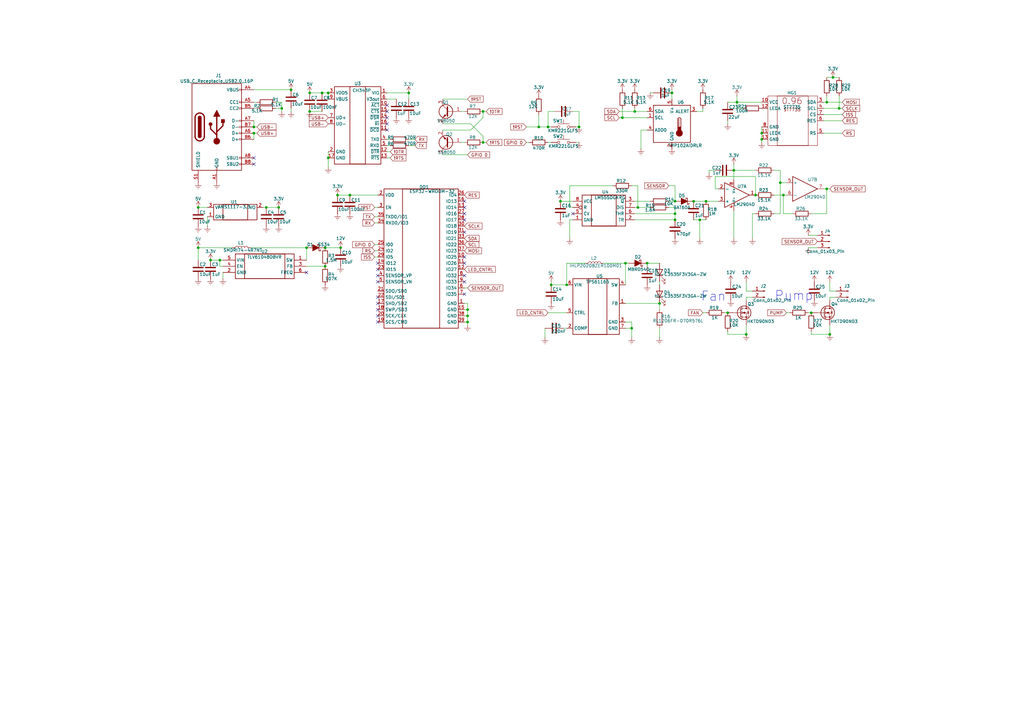
<source format=kicad_sch>
(kicad_sch (version 20250114) (generator "eeschema") (generator_version "9.0")
  (paper "A3")
  (text "Pump" (at 325.628 121.412 0) (effects (font (size 3.81 3.81))))
  (text "Fan" (at 292.608 121.666 0) (effects (font (size 3.81 3.81))))
  (junction (at 191.77 129.54))
  (junction (at 237.49 52.07))
  (junction (at 300.99 69.85))
  (junction (at 287.02 90.17))
  (junction (at 321.31 80.01))
  (junction (at 276.86 90.17))
  (junction (at 341.63 31.75))
  (junction (at 139.7 101.6))
  (junction (at 104.14 54.61))
  (junction (at 104.14 52.07))
  (junction (at 138.43 80.01))
  (junction (at 306.07 137.16))
  (junction (at 125.73 101.6))
  (junction (at 220.98 52.07))
  (junction (at 81.28 101.6))
  (junction (at 232.41 116.84))
  (junction (at 309.88 80.01))
  (junction (at 133.35 101.6))
  (junction (at 134.62 38.1))
  (junction (at 265.43 107.95))
  (junction (at 229.87 82.55))
  (junction (at 289.56 82.55))
  (junction (at 191.77 132.08))
  (junction (at 119.38 36.83))
  (junction (at 127 45.72))
  (junction (at 259.08 134.62))
  (junction (at 339.09 41.91))
  (junction (at 226.06 116.84))
  (junction (at 298.45 128.27))
  (junction (at 261.62 85.09))
  (junction (at 312.42 54.61))
  (junction (at 320.04 74.93))
  (junction (at 284.48 82.55))
  (junction (at 115.57 44.45))
  (junction (at 276.86 87.63))
  (junction (at 270.51 124.46))
  (junction (at 255.27 48.26))
  (junction (at 90.17 106.68))
  (junction (at 109.22 85.09))
  (junction (at 143.51 80.01))
  (junction (at 191.77 127))
  (junction (at 134.62 64.77))
  (junction (at 198.12 58.42))
  (junction (at 167.64 38.1))
  (junction (at 127 38.1))
  (junction (at 198.12 45.72))
  (junction (at 332.74 128.27))
  (junction (at 256.54 107.95))
  (junction (at 340.36 137.16))
  (junction (at 312.42 57.15))
  (junction (at 276.86 82.55))
  (junction (at 133.35 109.22))
  (junction (at 86.36 106.68))
  (junction (at 114.3 85.09))
  (junction (at 339.09 77.47))
  (junction (at 224.79 52.07))
  (junction (at 81.28 85.09))
  (junction (at 344.17 44.45))
  (junction (at 275.59 38.1))
  (junction (at 302.26 41.91))
  (junction (at 132.08 38.1))
  (junction (at 260.35 45.72))
  (no_connect (at 190.5 87.63))
  (no_connect (at 158.75 45.72))
  (no_connect (at 154.94 115.57))
  (no_connect (at 154.94 107.95))
  (no_connect (at 154.94 110.49))
  (no_connect (at 154.94 127))
  (no_connect (at 104.14 64.77))
  (no_connect (at 154.94 124.46))
  (no_connect (at 190.5 105.41))
  (no_connect (at 190.5 85.09))
  (no_connect (at 190.5 113.03))
  (no_connect (at 125.73 111.76))
  (no_connect (at 190.5 120.65))
  (no_connect (at 158.75 48.26))
  (no_connect (at 190.5 115.57))
  (no_connect (at 154.94 132.08))
  (no_connect (at 234.95 87.63))
  (no_connect (at 104.14 67.31))
  (no_connect (at 158.75 53.34))
  (no_connect (at 154.94 113.03))
  (no_connect (at 190.5 95.25))
  (no_connect (at 158.75 43.18))
  (no_connect (at 154.94 121.92))
  (no_connect (at 154.94 129.54))
  (no_connect (at 158.75 50.8))
  (no_connect (at 190.5 82.55))
  (no_connect (at 190.5 107.95))
  (no_connect (at 190.5 90.17))
  (wire (pts (xy 191.77 127) (xy 191.77 124.46)))
  (wire (pts (xy 237.49 45.72) (xy 237.49 52.07)))
  (wire (pts (xy 191.77 63.5) (xy 181.61 63.5)))
  (wire (pts (xy 339.09 41.91) (xy 337.82 41.91)))
  (wire (pts (xy 339.09 77.47) (xy 337.82 77.47)))
  (wire (pts (xy 224.79 45.72) (xy 224.79 52.07)))
  (wire (pts (xy 102.87 101.6) (xy 125.73 101.6)))
  (wire (pts (xy 227.33 45.72) (xy 224.79 45.72)))
  (wire (pts (xy 312.42 57.15) (xy 312.42 58.42)))
  (wire (pts (xy 340.36 137.16) (xy 340.36 133.35)))
  (wire (pts (xy 302.26 41.91) (xy 312.42 41.91)))
  (wire (pts (xy 276.86 76.2) (xy 276.86 82.55)))
  (wire (pts (xy 127 38.1) (xy 132.08 38.1)))
  (wire (pts (xy 158.75 40.64) (xy 162.56 40.64)))
  (wire (pts (xy 320.04 74.93) (xy 320.04 87.63)))
  (wire (pts (xy 317.5 69.85) (xy 320.04 69.85)))
  (wire (pts (xy 285.75 45.72) (xy 288.29 45.72)))
  (wire (pts (xy 138.43 80.01) (xy 143.51 80.01)))
  (wire (pts (xy 254 45.72) (xy 260.35 45.72)))
  (wire (pts (xy 317.5 80.01) (xy 321.31 80.01)))
  (wire (pts (xy 321.31 87.63) (xy 321.31 80.01)))
  (wire (pts (xy 160.02 57.15) (xy 158.75 57.15)))
  (wire (pts (xy 339.09 87.63) (xy 339.09 77.47)))
  (wire (pts (xy 345.44 46.99) (xy 337.82 46.99)))
  (wire (pts (xy 86.36 106.68) (xy 90.17 106.68)))
  (wire (pts (xy 233.68 76.2) (xy 251.46 76.2)))
  (wire (pts (xy 125.73 109.22) (xy 133.35 109.22)))
  (wire (pts (xy 104.14 54.61) (xy 104.14 57.15)))
  (wire (pts (xy 259.08 132.08) (xy 256.54 132.08)))
  (wire (pts (xy 231.14 134.62) (xy 232.41 134.62)))
  (wire (pts (xy 320.04 74.93) (xy 322.58 74.93)))
  (wire (pts (xy 133.35 101.6) (xy 139.7 101.6)))
  (wire (pts (xy 191.77 132.08) (xy 191.77 129.54)))
  (wire (pts (xy 274.32 82.55) (xy 276.86 82.55)))
  (wire (pts (xy 312.42 54.61) (xy 312.42 57.15)))
  (wire (pts (xy 224.79 58.42) (xy 226.06 58.42)))
  (wire (pts (xy 300.99 69.85) (xy 300.99 73.66)))
  (wire (pts (xy 276.86 90.17) (xy 276.86 87.63)))
  (wire (pts (xy 289.56 82.55) (xy 294.64 82.55)))
  (wire (pts (xy 127 45.72) (xy 132.08 45.72)))
  (wire (pts (xy 306.07 137.16) (xy 306.07 133.35)))
  (wire (pts (xy 345.44 44.45) (xy 344.17 44.45)))
  (wire (pts (xy 115.57 45.72) (xy 115.57 44.45)))
  (wire (pts (xy 153.67 85.09) (xy 154.94 85.09)))
  (wire (pts (xy 255.27 44.45) (xy 255.27 48.26)))
  (wire (pts (xy 229.87 82.55) (xy 234.95 82.55)))
  (wire (pts (xy 119.38 45.72) (xy 119.38 44.45)))
  (wire (pts (xy 298.45 41.91) (xy 302.26 41.91)))
  (wire (pts (xy 198.12 45.72) (xy 198.12 48.26)))
  (wire (pts (xy 104.14 49.53) (xy 104.14 52.07)))
  (wire (pts (xy 275.59 36.83) (xy 275.59 38.1)))
  (wire (pts (xy 191.77 118.11) (xy 190.5 118.11)))
  (wire (pts (xy 306.07 119.38) (xy 308.61 119.38)))
  (wire (pts (xy 304.8 44.45) (xy 302.26 44.45)))
  (wire (pts (xy 287.02 90.17) (xy 289.56 90.17)))
  (wire (pts (xy 134.62 64.77) (xy 134.62 68.58)))
  (wire (pts (xy 274.32 85.09) (xy 276.86 85.09)))
  (wire (pts (xy 262.89 60.96) (xy 262.89 53.34)))
  (wire (pts (xy 237.49 58.42) (xy 236.22 58.42)))
  (wire (pts (xy 153.67 102.87) (xy 154.94 102.87)))
  (wire (pts (xy 288.29 128.27) (xy 289.56 128.27)))
  (wire (pts (xy 340.36 115.57) (xy 340.36 119.38)))
  (wire (pts (xy 340.36 121.92) (xy 340.36 123.19)))
  (wire (pts (xy 344.17 44.45) (xy 337.82 44.45)))
  (wire (pts (xy 266.7 38.1) (xy 267.97 38.1)))
  (wire (pts (xy 254 48.26) (xy 255.27 48.26)))
  (wire (pts (xy 81.28 106.68) (xy 81.28 101.6)))
  (wire (pts (xy 302.26 44.45) (xy 302.26 41.91)))
  (wire (pts (xy 109.22 85.09) (xy 107.95 85.09)))
  (wire (pts (xy 345.44 49.53) (xy 337.82 49.53)))
  (wire (pts (xy 256.54 124.46) (xy 270.51 124.46)))
  (wire (pts (xy 260.35 87.63) (xy 276.86 87.63)))
  (wire (pts (xy 290.83 69.85) (xy 293.37 69.85)))
  (wire (pts (xy 91.44 111.76) (xy 91.44 114.3)))
  (wire (pts (xy 134.62 38.1) (xy 134.62 40.64)))
  (wire (pts (xy 297.18 128.27) (xy 298.45 128.27)))
  (wire (pts (xy 287.02 97.79) (xy 287.02 90.17)))
  (wire (pts (xy 105.41 54.61) (xy 104.14 54.61)))
  (wire (pts (xy 284.48 82.55) (xy 289.56 82.55)))
  (wire (pts (xy 345.44 54.61) (xy 337.82 54.61)))
  (wire (pts (xy 260.35 82.55) (xy 266.7 82.55)))
  (wire (pts (xy 105.41 41.91) (xy 104.14 41.91)))
  (wire (pts (xy 259.08 138.43) (xy 259.08 134.62)))
  (wire (pts (xy 306.07 115.57) (xy 306.07 119.38)))
  (wire (pts (xy 104.14 36.83) (xy 119.38 36.83)))
  (wire (pts (xy 143.51 80.01) (xy 154.94 80.01)))
  (wire (pts (xy 191.77 129.54) (xy 191.77 127)))
  (wire (pts (xy 345.44 41.91) (xy 339.09 41.91)))
  (wire (pts (xy 265.43 109.22) (xy 265.43 107.95)))
  (wire (pts (xy 181.61 50.8) (xy 193.04 50.8)))
  (wire (pts (xy 190.5 129.54) (xy 191.77 129.54)))
  (wire (pts (xy 259.08 134.62) (xy 259.08 132.08)))
  (wire (pts (xy 300.99 69.85) (xy 309.88 69.85)))
  (wire (pts (xy 234.95 85.09) (xy 233.68 85.09)))
  (wire (pts (xy 132.08 38.1) (xy 134.62 38.1)))
  (wire (pts (xy 332.74 137.16) (xy 340.36 137.16)))
  (wire (pts (xy 332.74 87.63) (xy 339.09 87.63)))
  (wire (pts (xy 232.41 107.95) (xy 232.41 116.84)))
  (wire (pts (xy 181.61 53.34) (xy 193.04 53.34)))
  (wire (pts (xy 256.54 107.95) (xy 257.81 107.95)))
  (wire (pts (xy 90.17 109.22) (xy 90.17 106.68)))
  (wire (pts (xy 115.57 44.45) (xy 115.57 41.91)))
  (wire (pts (xy 344.17 39.37) (xy 344.17 44.45)))
  (wire (pts (xy 115.57 41.91) (xy 113.03 41.91)))
  (wire (pts (xy 342.9 121.92) (xy 340.36 121.92)))
  (wire (pts (xy 220.98 52.07) (xy 224.79 52.07)))
  (wire (pts (xy 158.75 38.1) (xy 167.64 38.1)))
  (wire (pts (xy 226.06 116.84) (xy 232.41 116.84)))
  (wire (pts (xy 341.63 31.75) (xy 344.17 31.75)))
  (wire (pts (xy 153.67 105.41) (xy 154.94 105.41)))
  (wire (pts (xy 255.27 48.26) (xy 265.43 48.26)))
  (wire (pts (xy 134.62 62.23) (xy 134.62 64.77)))
  (wire (pts (xy 270.51 127) (xy 270.51 124.46)))
  (wire (pts (xy 189.23 58.42) (xy 190.5 58.42)))
  (wire (pts (xy 220.98 46.99) (xy 220.98 52.07)))
  (wire (pts (xy 191.77 133.35) (xy 191.77 132.08)))
  (wire (pts (xy 321.31 80.01) (xy 322.58 80.01)))
  (wire (pts (xy 308.61 97.79) (xy 308.61 87.63)))
  (wire (pts (xy 308.61 87.63) (xy 309.88 87.63)))
  (wire (pts (xy 167.64 59.69) (xy 170.18 59.69)))
  (wire (pts (xy 312.42 52.07) (xy 312.42 54.61)))
  (wire (pts (xy 198.12 45.72) (xy 199.39 45.72)))
  (wire (pts (xy 302.26 39.37) (xy 302.26 41.91)))
  (wire (pts (xy 274.32 76.2) (xy 276.86 76.2)))
  (wire (pts (xy 298.45 137.16) (xy 306.07 137.16)))
  (wire (pts (xy 339.09 31.75) (xy 341.63 31.75)))
  (wire (pts (xy 260.35 44.45) (xy 260.35 45.72)))
  (wire (pts (xy 190.5 127) (xy 191.77 127)))
  (wire (pts (xy 233.68 85.09) (xy 233.68 76.2)))
  (wire (pts (xy 290.83 71.12) (xy 290.83 69.85)))
  (wire (pts (xy 125.73 101.6) (xy 125.73 106.68)))
  (wire (pts (xy 224.79 52.07) (xy 226.06 52.07)))
  (wire (pts (xy 293.37 77.47) (xy 294.64 77.47)))
  (wire (pts (xy 215.9 58.42) (xy 217.17 58.42)))
  (wire (pts (xy 331.47 96.52) (xy 335.28 96.52)))
  (wire (pts (xy 293.37 77.47) (xy 293.37 72.39)))
  (wire (pts (xy 331.47 101.6) (xy 335.28 101.6)))
  (wire (pts (xy 90.17 106.68) (xy 91.44 106.68)))
  (wire (pts (xy 113.03 44.45) (xy 115.57 44.45)))
  (wire (pts (xy 109.22 85.09) (xy 114.3 85.09)))
  (wire (pts (xy 261.62 76.2) (xy 261.62 85.09)))
  (wire (pts (xy 105.41 44.45) (xy 104.14 44.45)))
  (wire (pts (xy 233.68 90.17) (xy 234.95 90.17)))
  (wire (pts (xy 298.45 135.89) (xy 298.45 137.16)))
  (wire (pts (xy 191.77 40.64) (xy 181.61 40.64)))
  (wire (pts (xy 270.51 116.84) (xy 270.51 115.57)))
  (wire (pts (xy 226.06 115.57) (xy 226.06 116.84)))
  (wire (pts (xy 270.51 138.43) (xy 270.51 134.62)))
  (wire (pts (xy 198.12 55.88) (xy 198.12 58.42)))
  (wire (pts (xy 233.68 97.79) (xy 233.68 90.17)))
  (wire (pts (xy 276.86 87.63) (xy 276.86 85.09)))
  (wire (pts (xy 247.65 107.95) (xy 256.54 107.95)))
  (wire (pts (xy 339.09 77.47) (xy 340.36 77.47)))
  (wire (pts (xy 191.77 124.46) (xy 190.5 124.46)))
  (wire (pts (xy 260.35 90.17) (xy 276.86 90.17)))
  (wire (pts (xy 153.67 91.44) (xy 154.94 91.44)))
  (wire (pts (xy 193.04 50.8) (xy 198.12 55.88)))
  (wire (pts (xy 85.09 88.9) (xy 85.09 92.71)))
  (wire (pts (xy 105.41 52.07) (xy 104.14 52.07)))
  (wire (pts (xy 320.04 69.85) (xy 320.04 74.93)))
  (wire (pts (xy 308.61 121.92) (xy 306.07 121.92)))
  (wire (pts (xy 189.23 45.72) (xy 190.5 45.72)))
  (wire (pts (xy 256.54 107.95) (xy 256.54 116.84)))
  (wire (pts (xy 298.45 49.53) (xy 298.45 50.8)))
  (wire (pts (xy 153.67 88.9) (xy 154.94 88.9)))
  (wire (pts (xy 160.02 62.23) (xy 158.75 62.23)))
  (wire (pts (xy 167.64 57.15) (xy 170.18 57.15)))
  (wire (pts (xy 306.07 121.92) (xy 306.07 123.19)))
  (wire (pts (xy 287.02 90.17) (xy 284.48 90.17)))
  (wire (pts (xy 160.02 64.77) (xy 158.75 64.77)))
  (wire (pts (xy 340.36 119.38) (xy 342.9 119.38)))
  (wire (pts (xy 325.12 87.63) (xy 321.31 87.63)))
  (wire (pts (xy 234.95 45.72) (xy 237.49 45.72)))
  (wire (pts (xy 300.99 67.31) (xy 300.99 69.85)))
  (wire (pts (xy 167.64 40.64) (xy 167.64 38.1)))
  (wire (pts (xy 91.44 109.22) (xy 90.17 109.22)))
  (wire (pts (xy 262.89 53.34) (xy 265.43 53.34)))
  (wire (pts (xy 193.04 53.34) (xy 198.12 48.26)))
  (wire (pts (xy 198.12 58.42) (xy 199.39 58.42)))
  (wire (pts (xy 275.59 38.1) (xy 275.59 40.64)))
  (wire (pts (xy 81.28 85.09) (xy 85.09 85.09)))
  (wire (pts (xy 224.79 128.27) (xy 232.41 128.27)))
  (wire (pts (xy 260.35 45.72) (xy 265.43 45.72)))
  (wire (pts (xy 261.62 85.09) (xy 260.35 85.09)))
  (wire (pts (xy 317.5 87.63) (xy 320.04 87.63)))
  (wire (pts (xy 237.49 52.07) (xy 236.22 52.07)))
  (wire (pts (xy 259.08 76.2) (xy 261.62 76.2)))
  (wire (pts (xy 331.47 128.27) (xy 332.74 128.27)))
  (wire (pts (xy 265.43 107.95) (xy 270.51 107.95)))
  (wire (pts (xy 158.75 59.69) (xy 160.02 59.69)))
  (wire (pts (xy 339.09 39.37) (xy 339.09 41.91)))
  (wire (pts (xy 256.54 134.62) (xy 259.08 134.62)))
  (wire (pts (xy 240.03 107.95) (xy 232.41 107.95)))
  (wire (pts (xy 153.67 100.33) (xy 154.94 100.33)))
  (wire (pts (xy 322.58 128.27) (xy 323.85 128.27)))
  (wire (pts (xy 81.28 101.6) (xy 95.25 101.6)))
  (wire (pts (xy 300.99 97.79) (xy 300.99 86.36)))
  (wire (pts (xy 309.88 72.39) (xy 309.88 80.01)))
  (wire (pts (xy 293.37 72.39) (xy 309.88 72.39)))
  (wire (pts (xy 332.74 135.89) (xy 332.74 137.16)))
  (wire (pts (xy 190.5 132.08) (xy 191.77 132.08)))
  (wire (pts (xy 266.7 85.09) (xy 261.62 85.09)))
  (wire (pts (xy 288.29 44.45) (xy 288.29 45.72)))
  (wire (pts (xy 223.52 138.43) (xy 223.52 134.62)))
  (wire (pts (xy 215.9 52.07) (xy 220.98 52.07)))
  (global_label "TX" (shape input) (at 153.67 88.9 180) (property "Intersheetrefs" "${INTERSHEET_REFS}" (effects (hide yes))))
  (global_label "RS" (shape input) (at 153.67 102.87 180) (property "Intersheetrefs" "${INTERSHEET_REFS}" (effects (hide yes))))
  (global_label "RX" (shape input) (at 170.18 57.15 0) (property "Intersheetrefs" "${INTERSHEET_REFS}" (effects (hide yes))))
  (global_label "PUMP" (shape input) (at 322.58 128.27 180) (property "Intersheetrefs" "${INTERSHEET_REFS}" (effects (hide yes))))
  (global_label "MOSI" (shape input) (at 345.44 41.91 0) (property "Intersheetrefs" "${INTERSHEET_REFS}" (effects (hide yes))))
  (global_label "!SS" (shape input) (at 345.44 46.99 0) (property "Intersheetrefs" "${INTERSHEET_REFS}" (effects (hide yes))))
  (global_label "!RST" (shape input) (at 191.77 40.64 0) (property "Intersheetrefs" "${INTERSHEET_REFS}" (effects (hide yes))))
  (global_label "GPIO 0" (shape input) (at 215.9 58.42 180) (property "Intersheetrefs" "${INTERSHEET_REFS}" (effects (hide yes))))
  (global_label "SENSOR_OUT" (shape input) (at 191.77 118.11 0) (property "Intersheetrefs" "${INTERSHEET_REFS}" (effects (hide yes))))
  (global_label "USB-" (shape input) (at 105.41 52.07 0) (property "Intersheetrefs" "${INTERSHEET_REFS}" (effects (hide yes))))
  (global_label "SDA" (shape input) (at 190.5 97.79 0) (property "Intersheetrefs" "${INTERSHEET_REFS}" (effects (hide yes))))
  (global_label "!RST" (shape input) (at 215.9 52.07 180) (property "Intersheetrefs" "${INTERSHEET_REFS}" (effects (hide yes))))
  (global_label "GPIO 0" (shape input) (at 191.77 63.5 0) (property "Intersheetrefs" "${INTERSHEET_REFS}" (effects (hide yes))))
  (global_label "USB+" (shape input) (at 134.62 48.26 180) (property "Intersheetrefs" "${INTERSHEET_REFS}" (effects (hide yes))))
  (global_label "SENSOR_OUT" (shape input) (at 335.28 99.06 180) (property "Intersheetrefs" "${INTERSHEET_REFS}" (effects (hide yes))))
  (global_label "!RTS" (shape input) (at 160.02 64.77 0) (property "Intersheetrefs" "${INTERSHEET_REFS}" (effects (hide yes))))
  (global_label "!SS" (shape input) (at 153.67 105.41 180) (property "Intersheetrefs" "${INTERSHEET_REFS}" (effects (hide yes))))
  (global_label "RES" (shape input) (at 190.5 80.01 0) (property "Intersheetrefs" "${INTERSHEET_REFS}" (effects (hide yes))))
  (global_label "USB+" (shape input) (at 105.41 54.61 0) (property "Intersheetrefs" "${INTERSHEET_REFS}" (effects (hide yes))))
  (global_label "SCLK" (shape input) (at 345.44 44.45 0) (property "Intersheetrefs" "${INTERSHEET_REFS}" (effects (hide yes))))
  (global_label "!DTR" (shape input) (at 199.39 45.72 0) (property "Intersheetrefs" "${INTERSHEET_REFS}" (effects (hide yes))))
  (global_label "TX" (shape input) (at 170.18 59.69 0) (property "Intersheetrefs" "${INTERSHEET_REFS}" (effects (hide yes))))
  (global_label "RX" (shape input) (at 153.67 91.44 180) (property "Intersheetrefs" "${INTERSHEET_REFS}" (effects (hide yes))))
  (global_label "RES" (shape input) (at 345.44 49.53 0) (property "Intersheetrefs" "${INTERSHEET_REFS}" (effects (hide yes))))
  (global_label "FAN" (shape input) (at 288.29 128.27 180) (property "Intersheetrefs" "${INTERSHEET_REFS}" (effects (hide yes))))
  (global_label "SCLK" (shape input) (at 190.5 92.71 0) (property "Intersheetrefs" "${INTERSHEET_REFS}" (effects (hide yes))))
  (global_label "!RST" (shape input) (at 153.67 85.09 180) (property "Intersheetrefs" "${INTERSHEET_REFS}" (effects (hide yes))))
  (global_label "LED_CNTRL" (shape input) (at 190.5 110.49 0) (property "Intersheetrefs" "${INTERSHEET_REFS}" (effects (hide yes))))
  (global_label "SCL" (shape input) (at 190.5 100.33 0) (property "Intersheetrefs" "${INTERSHEET_REFS}" (effects (hide yes))))
  (global_label "SCL" (shape input) (at 254 48.26 180) (property "Intersheetrefs" "${INTERSHEET_REFS}" (effects (hide yes))))
  (global_label "SDA" (shape input) (at 254 45.72 180) (property "Intersheetrefs" "${INTERSHEET_REFS}" (effects (hide yes))))
  (global_label "!DTR" (shape input) (at 160.02 62.23 0) (property "Intersheetrefs" "${INTERSHEET_REFS}" (effects (hide yes))))
  (global_label "SENSOR_OUT" (shape input) (at 340.36 77.47 0) (property "Intersheetrefs" "${INTERSHEET_REFS}" (effects (hide yes))))
  (global_label "USB-" (shape input) (at 134.62 50.8 180) (property "Intersheetrefs" "${INTERSHEET_REFS}" (effects (hide yes))))
  (global_label "!RTS" (shape input) (at 199.39 58.42 0) (property "Intersheetrefs" "${INTERSHEET_REFS}" (effects (hide yes))))
  (global_label "RS" (shape input) (at 345.44 54.61 0) (property "Intersheetrefs" "${INTERSHEET_REFS}" (effects (hide yes))))
  (global_label "SENSOR" (shape input) (at 274.32 76.2 180) (property "Intersheetrefs" "${INTERSHEET_REFS}" (effects (hide yes))))
  (global_label "GPIO 0" (shape input) (at 153.67 100.33 180) (property "Intersheetrefs" "${INTERSHEET_REFS}" (effects (hide yes))))
  (global_label "MOSI" (shape input) (at 190.5 102.87 0) (property "Intersheetrefs" "${INTERSHEET_REFS}" (effects (hide yes))))
  (global_label "LED_CNTRL" (shape input) (at 224.79 128.27 180) (property "Intersheetrefs" "${INTERSHEET_REFS}" (effects (hide yes))))
  (symbol (lib_id "Device:R") (at 163.83 57.15 90) (unit 1)
    (property "Reference" "R5" (at 160.274 56.388 90))
    (property "Value" "470R" (at 168.148 56.388 90))
    (property "Footprint" "PCM_Resistor_SMD_AKL:R_0402_1005Metric" (effects (hide yes)))
    (property "Description" "Resistor" (effects (hide yes)))
  )
  (symbol (lib_id "power:Earth") (at 226.06 124.46 0) (unit 1)
    (property "Reference" "#PWR033" (effects (hide yes)))
    (property "Value" "Earth" (effects (hide yes)))
    (property "Description" "Power symbol creates a global label with name \"Earth\"" (effects (hide yes)))
  )
  (symbol (lib_id "Device:R") (at 194.31 45.72 90) (unit 1)
    (property "Reference" "R7" (at 193.802 43.688 90))
    (property "Value" "12K" (at 194.056 47.752 90))
    (property "Footprint" "PCM_Resistor_SMD_AKL:R_0402_1005Metric" (effects (hide yes)))
    (property "Description" "Resistor" (effects (hide yes)))
  )
  (symbol (lib_id "power:+3.3V") (at 331.47 96.52 0) (mirror y) (unit 1)
    (property "Reference" "#PWR068" (effects (hide yes)))
    (property "Value" "3.3V" (at 331.47 92.964 0))
    (property "Description" "Power symbol creates a global label with name \"+3.3V\"" (effects (hide yes)))
  )
  (symbol (lib_id "power:Earth") (at 91.44 114.3 0) (unit 1)
    (property "Reference" "#PWR010" (effects (hide yes)))
    (property "Value" "Earth" (effects (hide yes)))
    (property "Description" "Power symbol creates a global label with name \"Earth\"" (effects (hide yes)))
  )
  (symbol (lib_id "power:+3.3V") (at 114.3 85.09 0) (unit 1)
    (property "Reference" "#PWR012" (effects (hide yes)))
    (property "Value" "3.3V" (at 114.3 81.534 0))
    (property "Description" "Power symbol creates a global label with name \"+3.3V\"" (effects (hide yes)))
  )
  (symbol (lib_id "power:Earth") (at 306.07 137.16 0) (unit 1)
    (property "Reference" "#PWR059" (effects (hide yes)))
    (property "Value" "Earth" (effects (hide yes)))
    (property "Description" "Power symbol creates a global label with name \"Earth\"" (effects (hide yes)))
  )
  (symbol (lib_id "Device:C") (at 109.22 88.9 0) (unit 1)
    (property "Reference" "C4" (at 109.728 87.122 0) (effects (justify left)))
    (property "Value" "10uF" (at 109.474 90.932 0) (effects (justify left)))
    (property "Footprint" "Capacitor_SMD:C_0402_1005Metric" (effects (hide yes)))
    (property "Description" "Unpolarized capacitor" (effects (hide yes)))
  )
  (symbol (lib_id "Device:R") (at 133.35 105.41 180) (unit 1)
    (property "Reference" "R3" (at 135.89 104.902 0))
    (property "Value" "1.5M" (at 135.89 106.68 0))
    (property "Footprint" "PCM_Resistor_SMD_AKL:R_0402_1005Metric" (effects (hide yes)))
    (property "Description" "Resistor" (effects (hide yes)))
  )
  (symbol (lib_id "ST7735 0_96:ST7735_0.96") (at 314.96 39.37 0) (unit 1)
    (property "Reference" "HG1" (at 324.866 38.1 0))
    (property "Value" "ST7735" (at 324.866 43.942 0))
    (property "Footprint" "IPS_ST7735_0_96:ST7735 0.96" (effects (hide yes)))
  )
  (symbol (lib_id "Device:R") (at 293.37 128.27 90) (unit 1)
    (property "Reference" "R19" (at 292.862 126.238 90))
    (property "Value" "1K" (at 293.116 130.302 90))
    (property "Footprint" "PCM_Resistor_SMD_AKL:R_0402_1005Metric" (effects (hide yes)))
    (property "Description" "Resistor" (effects (hide yes)))
  )
  (symbol (lib_id "Switch:SW_Push") (at 231.14 58.42 0) (mirror y) (unit 1)
    (property "Reference" "SW2" (at 228.854 55.88 0))
    (property "Value" "KMR221GLFS" (at 231.14 59.944 0))
    (property "Footprint" "Button_Switch_SMD:SW_SPST_PTS810" (effects (hide yes)))
    (property "Description" "Push button switch, generic, two pins" (effects (hide yes)))
  )
  (symbol (lib_id "Device:R") (at 109.22 44.45 90) (mirror x) (unit 1)
    (property "Reference" "R2" (at 105.41 43.434 90))
    (property "Value" "5.1K" (at 105.41 45.466 90))
    (property "Footprint" "PCM_Resistor_SMD_AKL:R_0402_1005Metric" (effects (hide yes)))
    (property "Description" "Resistor" (effects (hide yes)))
  )
  (symbol (lib_id "power:Earth") (at 237.49 52.07 0) (unit 1)
    (property "Reference" "#PWR037" (effects (hide yes)))
    (property "Value" "Earth" (effects (hide yes)))
    (property "Description" "Power symbol creates a global label with name \"Earth\"" (effects (hide yes)))
  )
  (symbol (lib_id "Device:C") (at 139.7 105.41 0) (unit 1)
    (property "Reference" "C10" (at 140.208 103.632 0) (effects (justify left)))
    (property "Value" "10uF" (at 139.954 107.442 0) (effects (justify left)))
    (property "Footprint" "Capacitor_SMD:C_0402_1005Metric" (effects (hide yes)))
    (property "Description" "Unpolarized capacitor" (effects (hide yes)))
  )
  (symbol (lib_id "Sensor_Temperature:TMP102xxDRL") (at 275.59 50.8 0) (unit 1)
    (property "Reference" "U6" (at 279.146 41.91 0))
    (property "Value" "TMP102AIDRLR" (at 280.924 59.69 0))
    (property "Footprint" "Package_TO_SOT_SMD:SOT-563" (effects (hide yes)))
    (property "Datasheet" "https://www.ti.com/lit/ds/symlink/tmp102.pdf" (effects (hide yes)))
    (property "Description" "Digital Temperature Sensor, ±3°C, low-Power, SMBus, 12 bit, Two-Wire Serial Interface, SOT-563" (effects (hide yes)))
  )
  (symbol (lib_id "power:+3.3V") (at 127 38.1 0) (unit 1)
    (property "Reference" "#PWR017" (effects (hide yes)))
    (property "Value" "5V" (at 127 34.544 0))
    (property "Description" "Power symbol creates a global label with name \"+3.3V\"" (effects (hide yes)))
  )
  (symbol (lib_id "power:Earth") (at 143.51 87.63 0) (unit 1)
    (property "Reference" "#PWR025" (effects (hide yes)))
    (property "Value" "Earth" (effects (hide yes)))
    (property "Description" "Power symbol creates a global label with name \"Earth\"" (effects (hide yes)))
  )
  (symbol (lib_id "power:Earth") (at 81.28 114.3 0) (unit 1)
    (property "Reference" "#PWR05" (effects (hide yes)))
    (property "Value" "Earth" (effects (hide yes)))
    (property "Description" "Power symbol creates a global label with name \"Earth\"" (effects (hide yes)))
  )
  (symbol (lib_id "Device:C") (at 162.56 44.45 0) (unit 1)
    (property "Reference" "C12" (at 163.068 42.672 0) (effects (justify left)))
    (property "Value" "1uF" (at 162.814 46.482 0) (effects (justify left)))
    (property "Footprint" "Capacitor_SMD:C_0402_1005Metric" (effects (hide yes)))
    (property "Description" "Unpolarized capacitor" (effects (hide yes)))
  )
  (symbol (lib_id "Device:R") (at 163.83 59.69 90) (unit 1)
    (property "Reference" "R6" (at 160.274 58.928 90))
    (property "Value" "470R" (at 168.148 58.928 90))
    (property "Footprint" "PCM_Resistor_SMD_AKL:R_0402_1005Metric" (effects (hide yes)))
    (property "Description" "Resistor" (effects (hide yes)))
  )
  (symbol (lib_id "Device:LED") (at 270.51 111.76 90) (unit 1)
    (property "Reference" "D3" (at 273.558 110.998 90))
    (property "Value" "HL-C3535F3V3GA-ZW" (at 279.146 112.522 90))
    (property "Footprint" "SMD3535-3P:SMD3535-3P" (effects (hide yes)))
    (property "Description" "Light emitting diode" (effects (hide yes)))
    (property "Sim.Pins" "1=K 2=A" (effects (hide yes)))
  )
  (symbol (lib_id "PCM_Diode_Schottky_AKL:MBR0540") (at 261.62 107.95 0) (unit 1)
    (property "Reference" "D2" (at 261.62 105.41 0))
    (property "Value" "MBR0540" (at 261.874 110.49 0))
    (property "Footprint" "PCM_Diode_SMD_AKL:D_SOD-123" (effects (hide yes)))
    (property "Datasheet" "https://www.tme.eu/Document/297dc4ce1d753c2d625b0cefcaf1d677/MBR0540.pdf" (effects (hide yes)))
    (property "Description" "SOD-123 Schottky diode, 40V, 0.5A, Alternate KiCAD Library" (effects (hide yes)))
  )
  (symbol (lib_id "Device:R") (at 109.22 41.91 270) (unit 1)
    (property "Reference" "R1" (at 113.03 40.894 90))
    (property "Value" "5.1K" (at 113.284 42.926 90))
    (property "Footprint" "PCM_Resistor_SMD_AKL:R_0402_1005Metric" (effects (hide yes)))
    (property "Description" "Resistor" (effects (hide yes)))
  )
  (symbol (lib_id "Device:C") (at 81.28 110.49 0) (mirror x) (unit 1)
    (property "Reference" "C2" (at 81.788 108.458 0) (effects (justify left)))
    (property "Value" "10uF" (at 81.788 112.522 0) (effects (justify left)))
    (property "Footprint" "Capacitor_SMD:C_0402_1005Metric" (effects (hide yes)))
    (property "Description" "Unpolarized capacitor" (effects (hide yes)))
  )
  (symbol (lib_id "Device:C") (at 229.87 86.36 0) (mirror x) (unit 1)
    (property "Reference" "C16" (at 230.378 84.328 0) (effects (justify left)))
    (property "Value" "1uF" (at 230.378 88.392 0) (effects (justify left)))
    (property "Footprint" "Capacitor_SMD:C_0402_1005Metric" (effects (hide yes)))
    (property "Description" "Unpolarized capacitor" (effects (hide yes)))
  )
  (symbol (lib_id "Driver_LED:TPS61165DRV") (at 248.92 121.92 0) (unit 1)
    (property "Reference" "U5" (at 245.872 113.284 0))
    (property "Value" "TPS61165" (at 245.11 115.57 0))
    (property "Footprint" "Package_SON:WSON-6-1EP_2x2mm_P0.65mm_EP1x1.6mm" (effects (hide yes)))
    (property "Datasheet" "https://www.ti.com/lit/ds/symlink/tps61165.pdf" (effects (hide yes)))
    (property "Description" "High-Brightness, White LED Driver, 3V to 18V input voltage range, internal switch, constant current, up to 38V/1.2A output, WSON-6" (effects (hide yes)))
  )
  (symbol (lib_id "power:Earth") (at 298.45 50.8 0) (unit 1)
    (property "Reference" "#PWR052" (effects (hide yes)))
    (property "Value" "Earth" (effects (hide yes)))
    (property "Description" "Power symbol creates a global label with name \"Earth\"" (effects (hide yes)))
  )
  (symbol (lib_id "Device:C") (at 284.48 86.36 0) (mirror x) (unit 1)
    (property "Reference" "C21" (at 284.988 84.328 0) (effects (justify left)))
    (property "Value" "1uF" (at 284.988 88.392 0) (effects (justify left)))
    (property "Footprint" "Capacitor_SMD:C_0402_1005Metric" (effects (hide yes)))
    (property "Description" "Unpolarized capacitor" (effects (hide yes)))
  )
  (symbol (lib_id "power:Earth") (at 167.64 48.26 0) (unit 1)
    (property "Reference" "#PWR028" (effects (hide yes)))
    (property "Value" "Earth" (effects (hide yes)))
    (property "Description" "Power symbol creates a global label with name \"Earth\"" (effects (hide yes)))
  )
  (symbol (lib_id "power:Earth") (at 270.51 138.43 0) (unit 1)
    (property "Reference" "#PWR045" (effects (hide yes)))
    (property "Value" "Earth" (effects (hide yes)))
    (property "Description" "Power symbol creates a global label with name \"Earth\"" (effects (hide yes)))
  )
  (symbol (lib_id "power:Earth") (at 133.35 116.84 0) (unit 1)
    (property "Reference" "#PWR019" (effects (hide yes)))
    (property "Value" "Earth" (effects (hide yes)))
    (property "Description" "Power symbol creates a global label with name \"Earth\"" (effects (hide yes)))
  )
  (symbol (lib_id "Device:C") (at 276.86 93.98 0) (mirror x) (unit 1)
    (property "Reference" "C20" (at 277.368 91.948 0) (effects (justify left)))
    (property "Value" "470pF" (at 277.368 96.012 0) (effects (justify left)))
    (property "Footprint" "Capacitor_SMD:C_0402_1005Metric" (effects (hide yes)))
    (property "Description" "Unpolarized capacitor" (effects (hide yes)))
  )
  (symbol (lib_id "power:Earth") (at 86.36 114.3 0) (unit 1)
    (property "Reference" "#PWR08" (effects (hide yes)))
    (property "Value" "Earth" (effects (hide yes)))
    (property "Description" "Power symbol creates a global label with name \"Earth\"" (effects (hide yes)))
  )
  (symbol (lib_id "power:Earth") (at 308.61 97.79 0) (unit 1)
    (property "Reference" "#PWR060" (effects (hide yes)))
    (property "Value" "Earth" (effects (hide yes)))
    (property "Description" "Power symbol creates a global label with name \"Earth\"" (effects (hide yes)))
  )
  (symbol (lib_id "Device:C") (at 226.06 120.65 0) (mirror x) (unit 1)
    (property "Reference" "C14" (at 226.568 118.618 0) (effects (justify left)))
    (property "Value" "10uF" (at 226.568 122.682 0) (effects (justify left)))
    (property "Footprint" "Capacitor_SMD:C_0402_1005Metric" (effects (hide yes)))
    (property "Description" "Unpolarized capacitor" (effects (hide yes)))
  )
  (symbol (lib_id "power:+3V3") (at 306.07 115.57 0) (unit 1)
    (property "Reference" "#PWR058" (effects (hide yes)))
    (property "Value" "12V" (at 306.07 111.76 0))
    (property "Description" "Power symbol creates a global label with name \"+3V3\"" (effects (hide yes)))
  )
  (symbol (lib_id "power:Earth") (at 275.59 60.96 0) (unit 1)
    (property "Reference" "#PWR047" (effects (hide yes)))
    (property "Value" "Earth" (effects (hide yes)))
    (property "Description" "Power symbol creates a global label with name \"Earth\"" (effects (hide yes)))
  )
  (symbol (lib_id "Device:C") (at 127 41.91 0) (unit 1)
    (property "Reference" "C7" (at 127.508 40.132 0) (effects (justify left)))
    (property "Value" "10uF" (at 127.254 43.942 0) (effects (justify left)))
    (property "Footprint" "Capacitor_SMD:C_0402_1005Metric" (effects (hide yes)))
    (property "Description" "Unpolarized capacitor" (effects (hide yes)))
  )
  (symbol (lib_id "TLV61048DBVR:TLV61048DBVR") (at 97.79 106.68 0) (unit 1)
    (property "Reference" "U2" (at 108.458 103.124 0))
    (property "Value" "TLV61048DBVR" (at 108.458 105.41 0))
    (property "Footprint" "PCM_Package_TO_SOT_SMD_AKL:SOT-23-6" (effects (hide yes)))
    (property "Datasheet" "http://www.ti.com/lit/gpn/TLV61048" (effects (hide yes)))
    (property "Description" "14-V output voltage non-synchronous boost converter in SOT-23 package" (effects (hide yes)))
    (property "Height" "1.45" (effects (hide yes)))
    (property "Manufacturer_Name" "Texas Instruments" (effects (hide yes)))
    (property "Manufacturer_Part_Number" "TLV61048DBVR" (effects (hide yes)))
    (property "Mouser Part Number" "595-TLV61048DBVR" (effects (hide yes)))
    (property "Mouser Price/Stock" "https://www.mouser.co.uk/ProductDetail/Texas-Instruments/TLV61048DBVR?qs=vLWxofP3U2yo%2F8t1L3OASw%3D%3D" (effects (hide yes)))
    (property "Arrow Part Number" "TLV61048DBVR" (effects (hide yes)))
    (property "Arrow Price/Stock" "https://www.arrow.com/en/products/tlv61048dbvr/texas-instruments?utm_currency=USD&region=nac" (effects (hide yes)))
  )
  (symbol (lib_id "power:Earth") (at 300.99 97.79 0) (unit 1)
    (property "Reference" "#PWR056" (effects (hide yes)))
    (property "Value" "Earth" (effects (hide yes)))
    (property "Description" "Power symbol creates a global label with name \"Earth\"" (effects (hide yes)))
  )
  (symbol (lib_id "Device:R") (at 260.35 40.64 180) (unit 1)
    (property "Reference" "R13" (at 262.89 40.132 0))
    (property "Value" "5.1K" (at 262.89 41.91 0))
    (property "Footprint" "PCM_Resistor_SMD_AKL:R_0402_1005Metric" (effects (hide yes)))
    (property "Description" "Resistor" (effects (hide yes)))
  )
  (symbol (lib_id "Device:L") (at 99.06 101.6 90) (unit 1)
    (property "Reference" "L1" (at 98.806 99.568 90))
    (property "Value" "SMDRI74-4R7NT" (at 99.568 102.616 90))
    (property "Footprint" "Inductor_SMD:L_SXN_SMDRI73" (effects (hide yes)))
    (property "Description" "Inductor" (effects (hide yes)))
  )
  (symbol (lib_id "Device:R") (at 313.69 80.01 90) (unit 1)
    (property "Reference" "R23" (at 313.182 77.978 90))
    (property "Value" "15.1K" (at 313.436 82.042 90))
    (property "Footprint" "PCM_Resistor_SMD_AKL:R_0402_1005Metric" (effects (hide yes)))
    (property "Description" "Resistor" (effects (hide yes)))
  )
  (symbol (lib_id "power:+3.3V") (at 119.38 36.83 0) (unit 1)
    (property "Reference" "#PWR015" (effects (hide yes)))
    (property "Value" "5V" (at 119.38 33.274 0))
    (property "Description" "Power symbol creates a global label with name \"+3.3V\"" (effects (hide yes)))
  )
  (symbol (lib_id "power:Earth") (at 109.22 92.71 0) (unit 1)
    (property "Reference" "#PWR011" (effects (hide yes)))
    (property "Value" "Earth" (effects (hide yes)))
    (property "Description" "Power symbol creates a global label with name \"Earth\"" (effects (hide yes)))
  )
  (symbol (lib_id "power:Earth") (at 115.57 45.72 0) (unit 1)
    (property "Reference" "#PWR014" (effects (hide yes)))
    (property "Value" "Earth" (effects (hide yes)))
    (property "Description" "Power symbol creates a global label with name \"Earth\"" (effects (hide yes)))
  )
  (symbol (lib_id "power:Earth") (at 290.83 71.12 0) (unit 1)
    (property "Reference" "#PWR051" (effects (hide yes)))
    (property "Value" "Earth" (effects (hide yes)))
    (property "Description" "Power symbol creates a global label with name \"Earth\"" (effects (hide yes)))
  )
  (symbol (lib_id "power:+3.3V") (at 288.29 36.83 0) (mirror y) (unit 1)
    (property "Reference" "#PWR050" (effects (hide yes)))
    (property "Value" "3.3V" (at 288.29 33.274 0))
    (property "Description" "Power symbol creates a global label with name \"+3.3V\"" (effects (hide yes)))
  )
  (symbol (lib_id "power:Earth") (at 233.68 97.79 0) (unit 1)
    (property "Reference" "#PWR036" (effects (hide yes)))
    (property "Value" "Earth" (effects (hide yes)))
    (property "Description" "Power symbol creates a global label with name \"Earth\"" (effects (hide yes)))
  )
  (symbol (lib_id "Transistor_BJT:SS8050") (at 184.15 45.72 0) (mirror y) (unit 1)
    (property "Reference" "Q1" (at 184.15 41.91 0) (effects (justify left)))
    (property "Value" "SS8050" (at 186.69 49.53 0) (effects (justify left)))
    (property "Footprint" "Package_TO_SOT_SMD:SOT-23" (effects (hide yes)))
    (property "Datasheet" "http://www.secosgmbh.com/datasheet/products/SSMPTransistor/SOT-23/SS8050.pdf" (effects (hide yes)))
    (property "Description" "General Purpose NPN Transistor, 1.5A Ic, 25V Vce, SOT-23" (effects (hide yes)))
  )
  (symbol (lib_id "Device:C") (at 81.28 88.9 0) (unit 1)
    (property "Reference" "C1" (at 81.788 87.122 0) (effects (justify left)))
    (property "Value" "10uF" (at 81.534 90.932 0) (effects (justify left)))
    (property "Footprint" "Capacitor_SMD:C_0402_1005Metric" (effects (hide yes)))
    (property "Description" "Unpolarized capacitor" (effects (hide yes)))
  )
  (symbol (lib_id "Device:C") (at 265.43 113.03 0) (mirror x) (unit 1)
    (property "Reference" "C18" (at 265.938 110.998 0) (effects (justify left)))
    (property "Value" "1uF" (at 265.938 115.062 0) (effects (justify left)))
    (property "Footprint" "Capacitor_SMD:C_0402_1005Metric" (effects (hide yes)))
    (property "Description" "Unpolarized capacitor" (effects (hide yes)))
  )
  (symbol (lib_id "power:+3V3") (at 299.72 115.57 0) (unit 1)
    (property "Reference" "#PWR053" (effects (hide yes)))
    (property "Value" "12V" (at 299.72 111.76 0))
    (property "Description" "Power symbol creates a global label with name \"+3V3\"" (effects (hide yes)))
  )
  (symbol (lib_id "Regulator_Linear:AMS1117-3.3") (at 95.25 86.36 0) (unit 1)
    (property "Reference" "U1" (at 96.012 82.804 0))
    (property "Value" "AMS1117-3.3" (at 96.012 84.836 0))
    (property "Footprint" "Package_TO_SOT_SMD:SOT-89-3" (effects (hide yes)))
    (property "Datasheet" "http://www.advanced-monolithic.com/pdf/ds1117.pdf" (effects (hide yes)))
    (property "Description" "1A Low Dropout regulator, positive, 3.3V fixed output, SOT-223" (effects (hide yes)))
  )
  (symbol (lib_id "Device:R") (at 220.98 43.18 0) (mirror x) (unit 1)
    (property "Reference" "R9" (at 218.948 42.164 0))
    (property "Value" "12K" (at 218.694 43.688 0))
    (property "Footprint" "PCM_Resistor_SMD_AKL:R_0402_1005Metric" (effects (hide yes)))
    (property "Description" "Resistor" (effects (hide yes)))
  )
  (symbol (lib_id "Device:C") (at 167.64 44.45 0) (unit 1)
    (property "Reference" "C13" (at 168.148 42.672 0) (effects (justify left)))
    (property "Value" "10uF" (at 167.894 46.482 0) (effects (justify left)))
    (property "Footprint" "Capacitor_SMD:C_0402_1005Metric" (effects (hide yes)))
    (property "Description" "Unpolarized capacitor" (effects (hide yes)))
  )
  (symbol (lib_id "Device:C") (at 138.43 83.82 0) (unit 1)
    (property "Reference" "C9" (at 138.938 82.042 0) (effects (justify left)))
    (property "Value" "10uF" (at 138.684 85.852 0) (effects (justify left)))
    (property "Footprint" "Capacitor_SMD:C_0402_1005Metric" (effects (hide yes)))
    (property "Description" "Unpolarized capacitor" (effects (hide yes)))
  )
  (symbol (lib_id "Transistor_BJT:SS8050") (at 184.15 58.42 180) (unit 1)
    (property "Reference" "Q2" (at 185.674 55.118 0) (effects (justify left)))
    (property "Value" "SS8050" (at 186.944 62.484 0) (effects (justify left)))
    (property "Footprint" "Package_TO_SOT_SMD:SOT-23" (effects (hide yes)))
    (property "Datasheet" "http://www.secosgmbh.com/datasheet/products/SSMPTransistor/SOT-23/SS8050.pdf" (effects (hide yes)))
    (property "Description" "General Purpose NPN Transistor, 1.5A Ic, 25V Vce, SOT-23" (effects (hide yes)))
  )
  (symbol (lib_id "power:+3V3") (at 334.01 115.57 0) (unit 1)
    (property "Reference" "#PWR062" (effects (hide yes)))
    (property "Value" "12V" (at 334.01 111.76 0))
    (property "Description" "Power symbol creates a global label with name \"+3V3\"" (effects (hide yes)))
  )
  (symbol (lib_id "power:Earth") (at 81.28 92.71 0) (unit 1)
    (property "Reference" "#PWR03" (effects (hide yes)))
    (property "Value" "Earth" (effects (hide yes)))
    (property "Description" "Power symbol creates a global label with name \"Earth\"" (effects (hide yes)))
  )
  (symbol (lib_id "power:Earth") (at 334.01 123.19 0) (unit 1)
    (property "Reference" "#PWR063" (effects (hide yes)))
    (property "Value" "Earth" (effects (hide yes)))
    (property "Description" "Power symbol creates a global label with name \"Earth\"" (effects (hide yes)))
  )
  (symbol (lib_id "power:+3.3V") (at 220.98 39.37 0) (mirror y) (unit 1)
    (property "Reference" "#PWR030" (effects (hide yes)))
    (property "Value" "3.3V" (at 220.98 35.814 0))
    (property "Description" "Power symbol creates a global label with name \"+3.3V\"" (effects (hide yes)))
  )
  (symbol (lib_id "power:Earth") (at 265.43 116.84 0) (unit 1)
    (property "Reference" "#PWR043" (effects (hide yes)))
    (property "Value" "Earth" (effects (hide yes)))
    (property "Description" "Power symbol creates a global label with name \"Earth\"" (effects (hide yes)))
  )
  (symbol (lib_id "power:+3.3V") (at 226.06 115.57 0) (unit 1)
    (property "Reference" "#PWR032" (effects (hide yes)))
    (property "Value" "5V" (at 226.06 112.014 0))
    (property "Description" "Power symbol creates a global label with name \"+3.3V\"" (effects (hide yes)))
  )
  (symbol (lib_id "Device:C") (at 132.08 41.91 0) (unit 1)
    (property "Reference" "C8" (at 132.588 40.132 0) (effects (justify left)))
    (property "Value" "100nF" (at 132.334 43.942 0) (effects (justify left)))
    (property "Footprint" "Capacitor_SMD:C_0402_1005Metric" (effects (hide yes)))
    (property "Description" "Unpolarized capacitor" (effects (hide yes)))
  )
  (symbol (lib_id "Device:R") (at 194.31 58.42 90) (unit 1)
    (property "Reference" "R8" (at 193.802 56.388 90))
    (property "Value" "12K" (at 194.056 60.452 90))
    (property "Footprint" "PCM_Resistor_SMD_AKL:R_0402_1005Metric" (effects (hide yes)))
    (property "Description" "Resistor" (effects (hide yes)))
  )
  (symbol (lib_id "Device:L") (at 243.84 107.95 90) (unit 1)
    (property "Reference" "L2" (at 243.586 105.918 90))
    (property "Value" "IHLP2020BZER100M01" (at 244.348 108.966 90))
    (property "Footprint" "Inductor_SMD:L_APV_APH0518" (effects (hide yes)))
    (property "Description" "Inductor" (effects (hide yes)))
  )
  (symbol (lib_id "power:+3.3V") (at 275.59 36.83 0) (unit 1)
    (property "Reference" "#PWR046" (effects (hide yes)))
    (property "Value" "3.3V" (at 275.59 33.274 0))
    (property "Description" "Power symbol creates a global label with name \"+3.3V\"" (effects (hide yes)))
  )
  (symbol (lib_id "power:Earth") (at 127 45.72 0) (unit 1)
    (property "Reference" "#PWR018" (effects (hide yes)))
    (property "Value" "Earth" (effects (hide yes)))
    (property "Description" "Power symbol creates a global label with name \"Earth\"" (effects (hide yes)))
  )
  (symbol (lib_id "power:+3.3V") (at 302.26 39.37 0) (mirror y) (unit 1)
    (property "Reference" "#PWR057" (effects (hide yes)))
    (property "Value" "3.3V" (at 302.26 35.814 0))
    (property "Description" "Power symbol creates a global label with name \"+3.3V\"" (effects (hide yes)))
  )
  (symbol (lib_id "power:+3.3V") (at 260.35 36.83 0) (mirror y) (unit 1)
    (property "Reference" "#PWR041" (effects (hide yes)))
    (property "Value" "3.3V" (at 260.35 33.274 0))
    (property "Description" "Power symbol creates a global label with name \"+3.3V\"" (effects (hide yes)))
  )
  (symbol (lib_id "power:Earth") (at 299.72 123.19 0) (unit 1)
    (property "Reference" "#PWR054" (effects (hide yes)))
    (property "Value" "Earth" (effects (hide yes)))
    (property "Description" "Power symbol creates a global label with name \"Earth\"" (effects (hide yes)))
  )
  (symbol (lib_id "Device:C") (at 143.51 83.82 0) (unit 1)
    (property "Reference" "C11" (at 144.018 82.042 0) (effects (justify left)))
    (property "Value" "100nF" (at 143.764 85.852 0) (effects (justify left)))
    (property "Footprint" "Capacitor_SMD:C_0402_1005Metric" (effects (hide yes)))
    (property "Description" "Unpolarized capacitor" (effects (hide yes)))
  )
  (symbol (lib_id "Device:Q_NMOS") (at 303.53 128.27 0) (unit 1)
    (property "Reference" "Q3" (at 306.578 124.714 0) (effects (justify left)))
    (property "Value" "HKTD90N03" (at 306.324 131.826 0) (effects (justify left)))
    (property "Footprint" "Package_TO_SOT_SMD:TO-252-2" (effects (hide yes)))
    (property "Description" "N-MOSFET transistor" (effects (hide yes)))
  )
  (symbol (lib_id "power:+3.3V") (at 138.43 80.01 0) (unit 1)
    (property "Reference" "#PWR021" (effects (hide yes)))
    (property "Value" "3.3V" (at 138.43 76.454 0))
    (property "Description" "Power symbol creates a global label with name \"+3.3V\"" (effects (hide yes)))
  )
  (symbol (lib_id "power:Earth") (at 229.87 90.17 0) (unit 1)
    (property "Reference" "#PWR035" (effects (hide yes)))
    (property "Value" "Earth" (effects (hide yes)))
    (property "Description" "Power symbol creates a global label with name \"Earth\"" (effects (hide yes)))
  )
  (symbol (lib_id "power:+3.3V") (at 300.99 67.31 0) (mirror y) (unit 1)
    (property "Reference" "#PWR055" (effects (hide yes)))
    (property "Value" "3.3V" (at 300.99 63.754 0))
    (property "Description" "Power symbol creates a global label with name \"+3.3V\"" (effects (hide yes)))
  )
  (symbol (lib_id "power:Earth") (at 340.36 137.16 0) (unit 1)
    (property "Reference" "#PWR065" (effects (hide yes)))
    (property "Value" "Earth" (effects (hide yes)))
    (property "Description" "Power symbol creates a global label with name \"Earth\"" (effects (hide yes)))
  )
  (symbol (lib_id "power:Earth") (at 262.89 60.96 0) (unit 1)
    (property "Reference" "#PWR042" (effects (hide yes)))
    (property "Value" "Earth" (effects (hide yes)))
    (property "Description" "Power symbol creates a global label with name \"Earth\"" (effects (hide yes)))
  )
  (symbol (lib_id "power:+3.3V") (at 341.63 31.75 0) (mirror y) (unit 1)
    (property "Reference" "#PWR066" (effects (hide yes)))
    (property "Value" "3.3V" (at 341.63 28.194 0))
    (property "Description" "Power symbol creates a global label with name \"+3.3V\"" (effects (hide yes)))
  )
  (symbol (lib_id "Device:C") (at 227.33 134.62 90) (mirror x) (unit 1)
    (property "Reference" "C15" (at 230.124 133.604 90) (effects (justify left)))
    (property "Value" "220nF" (at 232.156 135.89 90) (effects (justify left)))
    (property "Footprint" "Capacitor_SMD:C_0402_1005Metric" (effects (hide yes)))
    (property "Description" "Unpolarized capacitor" (effects (hide yes)))
  )
  (symbol (lib_id "power:Earth") (at 85.09 92.71 0) (unit 1)
    (property "Reference" "#PWR06" (effects (hide yes)))
    (property "Value" "Earth" (effects (hide yes)))
    (property "Description" "Power symbol creates a global label with name \"Earth\"" (effects (hide yes)))
  )
  (symbol (lib_id "Connector:Conn_01x02_Pin") (at 313.69 119.38 0) (mirror y) (unit 1)
    (property "Reference" "J2" (at 311.912 117.348 0) (effects (justify right)))
    (property "Value" "Conn_01x02_Pin" (at 308.864 123.19 0) (effects (justify right)))
    (property "Footprint" "Connector_PinHeader_2.54mm:PinHeader_1x02_P2.54mm_Vertical" (effects (hide yes)))
    (property "Description" "Generic connector, single row, 01x02, script generated" (effects (hide yes)))
  )
  (symbol (lib_id "power:Earth") (at 191.77 133.35 0) (unit 1)
    (property "Reference" "#PWR029" (effects (hide yes)))
    (property "Value" "Earth" (effects (hide yes)))
    (property "Description" "Power symbol creates a global label with name \"Earth\"" (effects (hide yes)))
  )
  (symbol (lib_id "power:Earth") (at 119.38 45.72 0) (unit 1)
    (property "Reference" "#PWR016" (effects (hide yes)))
    (property "Value" "Earth" (effects (hide yes)))
    (property "Description" "Power symbol creates a global label with name \"Earth\"" (effects (hide yes)))
  )
  (symbol (lib_id "power:+3.3V") (at 81.28 85.09 0) (unit 1)
    (property "Reference" "#PWR02" (effects (hide yes)))
    (property "Value" "5V" (at 81.28 81.534 0))
    (property "Description" "Power symbol creates a global label with name \"+3.3V\"" (effects (hide yes)))
  )
  (symbol (lib_id "power:Earth") (at 81.28 74.93 0) (unit 1)
    (property "Reference" "#PWR01" (effects (hide yes)))
    (property "Value" "Earth" (effects (hide yes)))
    (property "Description" "Power symbol creates a global label with name \"Earth\"" (effects (hide yes)))
  )
  (symbol (lib_id "Device:R") (at 220.98 58.42 90) (unit 1)
    (property "Reference" "R10" (at 220.98 56.642 90))
    (property "Value" "470R" (at 220.98 60.706 90))
    (property "Footprint" "PCM_Resistor_SMD_AKL:R_0402_1005Metric" (effects (hide yes)))
    (property "Description" "Resistor" (effects (hide yes)))
  )
  (symbol (lib_id "power:+3.3V") (at 167.64 38.1 0) (unit 1)
    (property "Reference" "#PWR027" (effects (hide yes)))
    (property "Value" "3.3V" (at 167.64 34.544 0))
    (property "Description" "Power symbol creates a global label with name \"+3.3V\"" (effects (hide yes)))
  )
  (symbol (lib_id "RF_Module:ESP32-WROOM-32") (at 186.69 110.49 0) (unit 1)
    (property "Reference" "DD1" (at 171.958 76.708 0) (effects (justify left)))
    (property "Value" "ESP32-WROOM-32" (at 167.894 78.486 0) (effects (justify left)))
    (property "Footprint" "RF_Module:ESP32-WROOM-32" (effects (hide yes)))
    (property "Datasheet" "https://www.espressif.com/sites/default/files/documentation/esp32-wroom-32_datasheet_en.pdf" (effects (hide yes)))
    (property "Description" "RF Module, ESP32-D0WDQ6 SoC, Wi-Fi 802.11b/g/n, Bluetooth, BLE, 32-bit, 2.7-3.6V, onboard antenna, SMD" (effects (hide yes)))
  )
  (symbol (lib_id "Device:R") (at 344.17 35.56 0) (unit 1)
    (property "Reference" "R29" (at 346.964 35.052 0))
    (property "Value" "10K" (at 346.964 36.576 0))
    (property "Footprint" "Resistor_SMD:R_0402_1005Metric" (effects (hide yes)))
    (property "Description" "Resistor" (effects (hide yes)))
  )
  (symbol (lib_id "Device:R") (at 270.51 130.81 180) (unit 1)
    (property "Reference" "R16" (at 273.05 129.794 0))
    (property "Value" "RL1206FR-070R576L" (at 278.13 131.572 0))
    (property "Footprint" "Resistor_SMD:R_1206_3216Metric" (effects (hide yes)))
    (property "Description" "Resistor" (effects (hide yes)))
  )
  (symbol (lib_id "power:Earth") (at 134.62 68.58 0) (unit 1)
    (property "Reference" "#PWR020" (effects (hide yes)))
    (property "Value" "Earth" (effects (hide yes)))
    (property "Description" "Power symbol creates a global label with name \"Earth\"" (effects (hide yes)))
  )
  (symbol (lib_id "Device:Q_NMOS") (at 337.82 128.27 0) (unit 1)
    (property "Reference" "Q4" (at 340.868 124.714 0) (effects (justify left)))
    (property "Value" "HKTD90N03" (at 340.614 131.826 0) (effects (justify left)))
    (property "Footprint" "Package_TO_SOT_SMD:TO-252-2" (effects (hide yes)))
    (property "Description" "N-MOSFET transistor" (effects (hide yes)))
  )
  (symbol (lib_id "Device:R") (at 255.27 40.64 180) (unit 1)
    (property "Reference" "R11" (at 257.81 40.132 0))
    (property "Value" "5.1K" (at 257.81 41.91 0))
    (property "Footprint" "PCM_Resistor_SMD_AKL:R_0402_1005Metric" (effects (hide yes)))
    (property "Description" "Resistor" (effects (hide yes)))
  )
  (symbol (lib_id "power:+3V3") (at 340.36 115.57 0) (unit 1)
    (property "Reference" "#PWR064" (effects (hide yes)))
    (property "Value" "12V" (at 340.36 111.76 0))
    (property "Description" "Power symbol creates a global label with name \"+3V3\"" (effects (hide yes)))
  )
  (symbol (lib_id "Interface_USB:CH343P") (at 148.59 48.26 0) (unit 1)
    (property "Reference" "U3" (at 145.288 34.29 0) (effects (justify left)))
    (property "Value" "CH343P" (at 144.526 37.084 0) (effects (justify left)))
    (property "Footprint" "Package_DFN_QFN:WCH_QFN-16-1EP_3x3mm_P0.5mm_EP1.8x1.8mm" (effects (hide yes)))
    (property "Datasheet" "https://www.wch-ic.com/downloads/CH343DS1_PDF.html" (effects (hide yes)))
    (property "Description" "High-Speed USB serial converter, up to 6Mbps, 3.3V or 5V supply, UART, QFN-16" (effects (hide yes)))
  )
  (symbol (lib_id "Device:R") (at 288.29 40.64 180) (unit 1)
    (property "Reference" "R17" (at 290.83 40.132 0))
    (property "Value" "5.1K" (at 290.83 41.91 0))
    (property "Footprint" "PCM_Resistor_SMD_AKL:R_0402_1005Metric" (effects (hide yes)))
    (property "Description" "Resistor" (effects (hide yes)))
  )
  (symbol (lib_id "Device:R") (at 313.69 87.63 90) (unit 1)
    (property "Reference" "R24" (at 313.182 85.598 90))
    (property "Value" "33.1K" (at 313.436 89.662 90))
    (property "Footprint" "PCM_Resistor_SMD_AKL:R_0402_1005Metric" (effects (hide yes)))
    (property "Description" "Resistor" (effects (hide yes)))
  )
  (symbol (lib_id "Device:C") (at 299.72 119.38 0) (unit 1)
    (property "Reference" "C24" (at 300.228 117.602 0) (effects (justify left)))
    (property "Value" "10uF" (at 299.974 121.412 0) (effects (justify left)))
    (property "Footprint" "Capacitor_SMD:C_0402_1005Metric" (effects (hide yes)))
    (property "Description" "Unpolarized capacitor" (effects (hide yes)))
  )
  (symbol (lib_id "power:Earth") (at 266.7 38.1 0) (unit 1)
    (property "Reference" "#PWR044" (effects (hide yes)))
    (property "Value" "Earth" (effects (hide yes)))
    (property "Description" "Power symbol creates a global label with name \"Earth\"" (effects (hide yes)))
  )
  (symbol (lib_id "power:Earth") (at 331.47 101.6 0) (unit 1)
    (property "Reference" "#PWR067" (effects (hide yes)))
    (property "Value" "Earth" (effects (hide yes)))
    (property "Description" "Power symbol creates a global label with name \"Earth\"" (effects (hide yes)))
  )
  (symbol (lib_id "PCM_Amplifier_Operational_AKL:LM2904D") (at 328.93 77.47 0) (mirror x) (unit 2)
    (property "Reference" "U7" (at 333.248 73.66 0))
    (property "Value" "LM2904D" (at 334.264 80.772 0))
    (property "Footprint" "Package_SO:SOIC-8_5.3x6.2mm_P1.27mm" (effects (hide yes)))
    (property "Datasheet" "https://www.tme.eu/Document/4bbc2ee098bef99fe6a484abcdbce0a4/LM2904DT.pdf" (effects (hide yes)))
    (property "Description" "SO-8 Dual Operational Amplifier, 7mV Offset, 30μV/°C Drift, 1.1MHz GBW, Alternate KiCAD Library" (effects (hide yes)))
  )
  (symbol (lib_id "Device:C") (at 231.14 45.72 90) (mirror x) (unit 1)
    (property "Reference" "C17" (at 234.442 44.704 90) (effects (justify left)))
    (property "Value" "1uF" (at 234.442 46.736 90) (effects (justify left)))
    (property "Footprint" "Capacitor_SMD:C_0402_1005Metric" (effects (hide yes)))
    (property "Description" "Unpolarized capacitor" (effects (hide yes)))
  )
  (symbol (lib_id "power:Earth") (at 276.86 97.79 0) (unit 1)
    (property "Reference" "#PWR048" (effects (hide yes)))
    (property "Value" "Earth" (effects (hide yes)))
    (property "Description" "Power symbol creates a global label with name \"Earth\"" (effects (hide yes)))
  )
  (symbol (lib_id "Device:C") (at 271.78 38.1 90) (mirror x) (unit 1)
    (property "Reference" "C19" (at 275.082 37.084 90) (effects (justify left)))
    (property "Value" "1uF" (at 274.828 39.116 90) (effects (justify left)))
    (property "Footprint" "Capacitor_SMD:C_0402_1005Metric" (effects (hide yes)))
    (property "Description" "Unpolarized capacitor" (effects (hide yes)))
  )
  (symbol (lib_id "Switch:SW_Push") (at 231.14 52.07 0) (mirror y) (unit 1)
    (property "Reference" "SW1" (at 228.854 49.53 0))
    (property "Value" "KMR221GLFS" (at 230.886 53.594 0))
    (property "Footprint" "Button_Switch_SMD:SW_SPST_PTS810" (effects (hide yes)))
    (property "Description" "Push button switch, generic, two pins" (effects (hide yes)))
  )
  (symbol (lib_id "Device:R") (at 328.93 87.63 90) (unit 1)
    (property "Reference" "R26" (at 328.422 85.598 90))
    (property "Value" "33.1K" (at 328.676 89.662 90))
    (property "Footprint" "PCM_Resistor_SMD_AKL:R_0402_1005Metric" (effects (hide yes)))
    (property "Description" "Resistor" (effects (hide yes)))
  )
  (symbol (lib_id "power:Earth") (at 237.49 58.42 0) (unit 1)
    (property "Reference" "#PWR038" (effects (hide yes)))
    (property "Value" "Earth" (effects (hide yes)))
    (property "Description" "Power symbol creates a global label with name \"Earth\"" (effects (hide yes)))
  )
  (symbol (lib_id "PCM_Diode_Schottky_AKL:BAT60A") (at 280.67 82.55 0) (unit 1)
    (property "Reference" "D5" (at 279.654 80.264 0))
    (property "Value" "BAT60A" (at 279.654 85.09 0))
    (property "Footprint" "PCM_Diode_SMD_AKL:D_SOD-323" (effects (hide yes)))
    (property "Datasheet" "https://www.tme.eu/Document/0d80f81ae712d0fbe7cc511581977ae5/BAT60AE6327-DTE.pdf" (effects (hide yes)))
    (property "Description" "SOD-323 Schottky diode, 10V, 3A, Alternate KiCAD Library" (effects (hide yes)))
  )
  (symbol (lib_id "power:Earth") (at 223.52 138.43 0) (unit 1)
    (property "Reference" "#PWR031" (effects (hide yes)))
    (property "Value" "Earth" (effects (hide yes)))
    (property "Description" "Power symbol creates a global label with name \"Earth\"" (effects (hide yes)))
  )
  (symbol (lib_id "Device:R") (at 133.35 113.03 180) (unit 1)
    (property "Reference" "R4" (at 135.89 112.522 0))
    (property "Value" "107K" (at 135.89 114.3 0))
    (property "Footprint" "PCM_Resistor_SMD_AKL:R_0402_1005Metric" (effects (hide yes)))
    (property "Description" "Resistor" (effects (hide yes)))
  )
  (symbol (lib_id "Timer:LMC555xMM") (at 247.65 87.63 0) (unit 1)
    (property "Reference" "U4" (at 246.888 78.74 0) (effects (justify left)))
    (property "Value" "LM555DGKRG" (at 243.84 81.026 0) (effects (justify left)))
    (property "Footprint" "Package_SO:VSSOP-8_3x3mm_P0.65mm" (effects (hide yes)))
    (property "Datasheet" "http://www.ti.com/lit/ds/symlink/lmc555.pdf" (effects (hide yes)))
    (property "Description" "CMOS Timer, 555 compatible, VSSOP-8" (effects (hide yes)))
  )
  (symbol (lib_id "Device:C") (at 86.36 110.49 0) (mirror x) (unit 1)
    (property "Reference" "C3" (at 86.868 108.458 0) (effects (justify left)))
    (property "Value" "1uF" (at 86.868 112.522 0) (effects (justify left)))
    (property "Footprint" "Capacitor_SMD:C_0402_1005Metric" (effects (hide yes)))
    (property "Description" "Unpolarized capacitor" (effects (hide yes)))
  )
  (symbol (lib_id "power:Earth") (at 259.08 138.43 0) (unit 1)
    (property "Reference" "#PWR040" (effects (hide yes)))
    (property "Value" "Earth" (effects (hide yes)))
    (property "Description" "Power symbol creates a global label with name \"Earth\"" (effects (hide yes)))
  )
  (symbol (lib_id "Device:C") (at 119.38 40.64 0) (unit 1)
    (property "Reference" "C6" (at 119.888 38.862 0) (effects (justify left)))
    (property "Value" "10uF" (at 119.634 42.672 0) (effects (justify left)))
    (property "Footprint" "Capacitor_SMD:C_0402_1005Metric" (effects (hide yes)))
    (property "Description" "Unpolarized capacitor" (effects (hide yes)))
  )
  (symbol (lib_id "power:Earth") (at 162.56 48.26 0) (unit 1)
    (property "Reference" "#PWR026" (effects (hide yes)))
    (property "Value" "Earth" (effects (hide yes)))
    (property "Description" "Power symbol creates a global label with name \"Earth\"" (effects (hide yes)))
  )
  (symbol (lib_id "Device:C") (at 298.45 45.72 0) (unit 1)
    (property "Reference" "C23" (at 298.958 43.942 0) (effects (justify left)))
    (property "Value" "22uF" (at 298.704 48.006 0) (effects (justify left)))
    (property "Footprint" "Capacitor_SMD:C_0402_1005Metric" (effects (hide yes)))
    (property "Description" "Unpolarized capacitor" (effects (hide yes)))
  )
  (symbol (lib_id "Connector:Conn_01x02_Pin") (at 347.98 119.38 0) (mirror y) (unit 1)
    (property "Reference" "J3" (at 346.202 117.348 0) (effects (justify right)))
    (property "Value" "Conn_01x02_Pin" (at 343.154 123.19 0) (effects (justify right)))
    (property "Footprint" "Connector_PinHeader_2.54mm:PinHeader_1x02_P2.54mm_Vertical" (effects (hide yes)))
    (property "Description" "Generic connector, single row, 01x02, script generated" (effects (hide yes)))
  )
  (symbol (lib_id "Device:C") (at 297.18 69.85 90) (mirror x) (unit 1)
    (property "Reference" "C22" (at 295.91 68.834 90) (effects (justify left)))
    (property "Value" "1uF" (at 295.91 70.866 90) (effects (justify left)))
    (property "Footprint" "Capacitor_SMD:C_0402_1005Metric" (effects (hide yes)))
    (property "Description" "Unpolarized capacitor" (effects (hide yes)))
  )
  (symbol (lib_id "PCM_Diode_Schottky_AKL:SS34") (at 129.54 101.6 0) (unit 1)
    (property "Reference" "D1" (at 127.254 100.33 0))
    (property "Value" "SS34" (at 132.842 100.33 0))
    (property "Footprint" "PCM_Diode_SMD_AKL:D_SMC" (effects (hide yes)))
    (property "Datasheet" "https://www.tme.eu/Document/4534c3d1273464918563ce78bdeb2ece/SS34-E3-57T.pdf" (effects (hide yes)))
    (property "Description" "SMC Schottky diode, 40V, 3A, Alternate KiCAD Library" (effects (hide yes)))
  )
  (symbol (lib_id "Device:R") (at 327.66 128.27 90) (unit 1)
    (property "Reference" "R25" (at 327.152 126.238 90))
    (property "Value" "1K" (at 327.406 130.302 90))
    (property "Footprint" "PCM_Resistor_SMD_AKL:R_0402_1005Metric" (effects (hide yes)))
    (property "Description" "Resistor" (effects (hide yes)))
  )
  (symbol (lib_id "Device:R") (at 255.27 76.2 90) (unit 1)
    (property "Reference" "R12" (at 254.762 74.168 90))
    (property "Value" "330R" (at 255.016 78.232 90))
    (property "Footprint" "PCM_Resistor_SMD_AKL:R_0402_1005Metric" (effects (hide yes)))
    (property "Description" "Resistor" (effects (hide yes)))
  )
  (symbol (lib_id "power:Earth") (at 114.3 92.71 0) (unit 1)
    (property "Reference" "#PWR013" (effects (hide yes)))
    (property "Value" "Earth" (effects (hide yes)))
    (property "Description" "Power symbol creates a global label with name \"Earth\"" (effects (hide yes)))
  )
  (symbol (lib_id "power:Earth") (at 139.7 109.22 0) (unit 1)
    (property "Reference" "#PWR024" (effects (hide yes)))
    (property "Value" "Earth" (effects (hide yes)))
    (property "Description" "Power symbol creates a global label with name \"Earth\"" (effects (hide yes)))
  )
  (symbol (lib_id "power:+3.3V") (at 81.28 101.6 0) (unit 1)
    (property "Reference" "#PWR04" (effects (hide yes)))
    (property "Value" "5V" (at 81.28 98.044 0))
    (property "Description" "Power symbol creates a global label with name \"+3.3V\"" (effects (hide yes)))
  )
  (symbol (lib_id "Device:R") (at 289.56 86.36 180) (unit 1)
    (property "Reference" "R18" (at 292.1 85.852 0))
    (property "Value" "1M" (at 292.1 87.63 0))
    (property "Footprint" "PCM_Resistor_SMD_AKL:R_0402_1005Metric" (effects (hide yes)))
    (property "Description" "Resistor" (effects (hide yes)))
  )
  (symbol (lib_id "power:Earth") (at 312.42 58.42 0) (unit 1)
    (property "Reference" "#PWR061" (effects (hide yes)))
    (property "Value" "Earth" (effects (hide yes)))
    (property "Description" "Power symbol creates a global label with name \"Earth\"" (effects (hide yes)))
  )
  (symbol (lib_id "power:Earth") (at 138.43 87.63 0) (unit 1)
    (property "Reference" "#PWR022" (effects (hide yes)))
    (property "Value" "Earth" (effects (hide yes)))
    (property "Description" "Power symbol creates a global label with name \"Earth\"" (effects (hide yes)))
  )
  (symbol (lib_id "power:+3V3") (at 139.7 101.6 0) (unit 1)
    (property "Reference" "#PWR023" (effects (hide yes)))
    (property "Value" "12V" (at 139.7 97.79 0))
    (property "Description" "Power symbol creates a global label with name \"+3V3\"" (effects (hide yes)))
  )
  (symbol (lib_id "power:Earth") (at 88.9 74.93 0) (unit 1)
    (property "Reference" "#PWR09" (effects (hide yes)))
    (property "Value" "Earth" (effects (hide yes)))
    (property "Description" "Power symbol creates a global label with name \"Earth\"" (effects (hide yes)))
  )
  (symbol (lib_id "Device:R") (at 339.09 35.56 0) (unit 1)
    (property "Reference" "R28" (at 341.884 35.052 0))
    (property "Value" "10K" (at 341.884 36.576 0))
    (property "Footprint" "Resistor_SMD:R_0402_1005Metric" (effects (hide yes)))
    (property "Description" "Resistor" (effects (hide yes)))
  )
  (symbol (lib_name "LM2904D_1") (lib_id "PCM_Amplifier_Operational_AKL:LM2904D") (at 300.99 80.01 0) (unit 1)
    (property "Reference" "U7" (at 304.292 76.454 0))
    (property "Value" "LM2904D" (at 305.308 83.82 0))
    (property "Footprint" "Package_SO:SOIC-8_5.3x6.2mm_P1.27mm" (effects (hide yes)))
    (property "Datasheet" "https://www.tme.eu/Document/4bbc2ee098bef99fe6a484abcdbce0a4/LM2904DT.pdf" (effects (hide yes)))
    (property "Description" "SO-8 Dual Operational Amplifier, 7mV Offset, 30μV/°C Drift, 1.1MHz GBW, Alternate KiCAD Library" (effects (hide yes)))
  )
  (symbol (lib_id "Device:C") (at 114.3 88.9 0) (unit 1)
    (property "Reference" "C5" (at 114.808 87.122 0) (effects (justify left)))
    (property "Value" "10uF" (at 114.554 90.932 0) (effects (justify left)))
    (property "Footprint" "Capacitor_SMD:C_0402_1005Metric" (effects (hide yes)))
    (property "Description" "Unpolarized capacitor" (effects (hide yes)))
  )
  (symbol (lib_id "Device:C") (at 334.01 119.38 0) (unit 1)
    (property "Reference" "C25" (at 334.518 117.602 0) (effects (justify left)))
    (property "Value" "10uF" (at 334.264 121.412 0) (effects (justify left)))
    (property "Footprint" "Capacitor_SMD:C_0402_1005Metric" (effects (hide yes)))
    (property "Description" "Unpolarized capacitor" (effects (hide yes)))
  )
  (symbol (lib_id "Device:R") (at 332.74 132.08 180) (unit 1)
    (property "Reference" "R27" (at 335.28 131.572 0))
    (property "Value" "10K" (at 335.28 133.35 0))
    (property "Footprint" "PCM_Resistor_SMD_AKL:R_0402_1005Metric" (effects (hide yes)))
    (property "Description" "Resistor" (effects (hide yes)))
  )
  (symbol (lib_id "Device:R") (at 298.45 132.08 180) (unit 1)
    (property "Reference" "R20" (at 300.99 131.572 0))
    (property "Value" "10K" (at 300.99 133.35 0))
    (property "Footprint" "PCM_Resistor_SMD_AKL:R_0402_1005Metric" (effects (hide yes)))
    (property "Description" "Resistor" (effects (hide yes)))
  )
  (symbol (lib_id "power:+3.3V") (at 255.27 36.83 0) (mirror y) (unit 1)
    (property "Reference" "#PWR039" (effects (hide yes)))
    (property "Value" "3.3V" (at 255.27 33.274 0))
    (property "Description" "Power symbol creates a global label with name \"+3.3V\"" (effects (hide yes)))
  )
  (symbol (lib_id "Device:R") (at 308.61 44.45 270) (unit 1)
    (property "Reference" "R21" (at 304.546 43.688 90))
    (property "Value" "100R" (at 304.292 45.466 90))
    (property "Footprint" "Resistor_SMD:R_0402_1005Metric" (effects (hide yes)))
    (property "Description" "Resistor" (effects (hide yes)))
  )
  (symbol (lib_id "Device:R") (at 270.51 85.09 90) (unit 1)
    (property "Reference" "R15" (at 266.7 84.328 90))
    (property "Value" "1.6K" (at 266.7 86.106 90))
    (property "Footprint" "PCM_Resistor_SMD_AKL:R_0402_1005Metric" (effects (hide yes)))
    (property "Description" "Resistor" (effects (hide yes)))
  )
  (symbol (lib_id "power:+3.3V") (at 86.36 106.68 0) (mirror y) (unit 1)
    (property "Reference" "#PWR07" (effects (hide yes)))
    (property "Value" "3.3V" (at 86.36 103.124 0))
    (property "Description" "Power symbol creates a global label with name \"+3.3V\"" (effects (hide yes)))
  )
  (symbol (lib_id "power:Earth") (at 287.02 97.79 0) (unit 1)
    (property "Reference" "#PWR049" (effects (hide yes)))
    (property "Value" "Earth" (effects (hide yes)))
    (property "Description" "Power symbol creates a global label with name \"Earth\"" (effects (hide yes)))
  )
  (symbol (lib_id "power:+3.3V") (at 229.87 82.55 0) (mirror y) (unit 1)
    (property "Reference" "#PWR034" (effects (hide yes)))
    (property "Value" "3.3V" (at 229.87 78.994 0))
    (property "Description" "Power symbol creates a global label with name \"+3.3V\"" (effects (hide yes)))
  )
  (symbol (lib_id "Device:R") (at 270.51 82.55 90) (unit 1)
    (property "Reference" "R14" (at 274.574 81.788 90))
    (property "Value" "10K" (at 274.32 83.566 90))
    (property "Footprint" "PCM_Resistor_SMD_AKL:R_0402_1005Metric" (effects (hide yes)))
    (property "Description" "Resistor" (effects (hide yes)))
  )
  (symbol (lib_id "Connector:USB_C_Receptacle_USB2.0_16P") (at 88.9 52.07 0) (unit 1)
    (property "Reference" "J1" (at 89.662 30.988 0))
    (property "Value" "USB_C_Receptacle_USB2.0_16P" (at 88.9 33.274 0))
    (property "Footprint" "Connector_USB:USB_C_Receptacle_GCT_USB4105-xx-A_16P_TopMnt_Horizontal" (effects (hide yes)))
    (property "Datasheet" "https://www.usb.org/sites/default/files/documents/usb_type-c.zip" (effects (hide yes)))
    (property "Description" "USB 2.0-only 16P Type-C Receptacle connector" (effects (hide yes)))
  )
  (symbol (lib_id "Device:LED") (at 270.51 120.65 90) (unit 1)
    (property "Reference" "D4" (at 273.558 119.888 90))
    (property "Value" "HL-C3535F3V3GA-ZW" (at 279.146 121.412 90))
    (property "Footprint" "SMD3535-3P:SMD3535-3P" (effects (hide yes)))
    (property "Description" "Light emitting diode" (effects (hide yes)))
    (property "Sim.Pins" "1=K 2=A" (effects (hide yes)))
  )
  (symbol (lib_id "Device:R") (at 313.69 69.85 90) (unit 1)
    (property "Reference" "R22" (at 313.182 67.818 90))
    (property "Value" "15.1K" (at 313.436 71.882 90))
    (property "Footprint" "PCM_Resistor_SMD_AKL:R_0402_1005Metric" (effects (hide yes)))
    (property "Description" "Resistor" (effects (hide yes)))
  )
  (symbol (lib_id "Connector:Conn_01x03_Pin") (at 340.36 99.06 0) (mirror y) (unit 1)
    (property "Reference" "J4" (at 339.344 94.742 0))
    (property "Value" "Conn_01x03_Pin" (at 338.582 103.124 0))
    (property "Footprint" "Connector_PinHeader_2.54mm:PinHeader_1x03_P2.54mm_Vertical" (effects (hide yes)))
    (property "Description" "Generic connector, single row, 01x03, script generated" (effects (hide yes)))
  )
)
</source>
